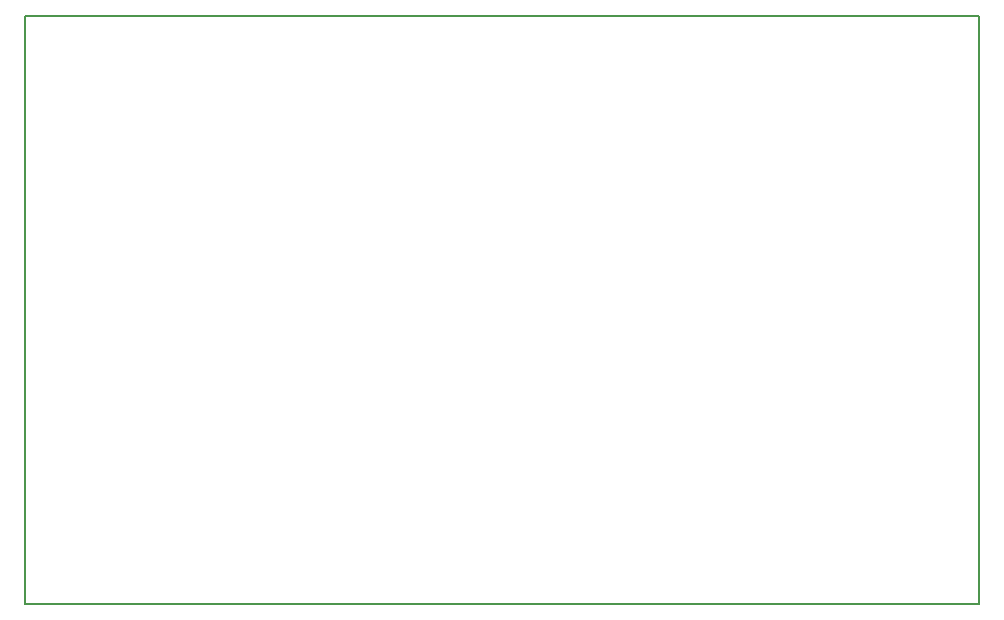
<source format=gbo>
G04 MADE WITH FRITZING*
G04 WWW.FRITZING.ORG*
G04 DOUBLE SIDED*
G04 HOLES PLATED*
G04 CONTOUR ON CENTER OF CONTOUR VECTOR*
%ASAXBY*%
%FSLAX23Y23*%
%MOIN*%
%OFA0B0*%
%SFA1.0B1.0*%
%ADD10R,3.188980X1.968500X3.172980X1.952500*%
%ADD11C,0.008000*%
%LNSILK0*%
G90*
G70*
G54D11*
X4Y1965D02*
X3185Y1965D01*
X3185Y4D01*
X4Y4D01*
X4Y1965D01*
D02*
G04 End of Silk0*
M02*
</source>
